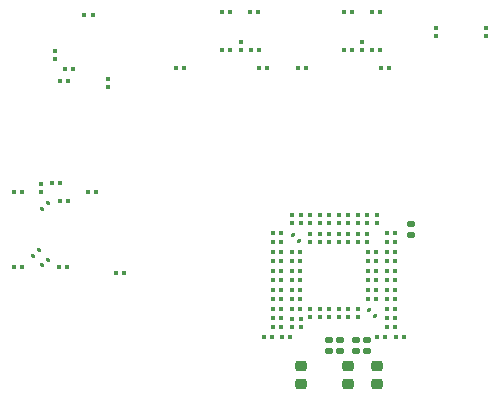
<source format=gbp>
G04 #@! TF.GenerationSoftware,KiCad,Pcbnew,9.0.0*
G04 #@! TF.CreationDate,2025-10-22T11:33:07+02:00*
G04 #@! TF.ProjectId,ecap5-bsom-frame,65636170-352d-4627-936f-6d2d6672616d,rev?*
G04 #@! TF.SameCoordinates,Original*
G04 #@! TF.FileFunction,Paste,Bot*
G04 #@! TF.FilePolarity,Positive*
%FSLAX46Y46*%
G04 Gerber Fmt 4.6, Leading zero omitted, Abs format (unit mm)*
G04 Created by KiCad (PCBNEW 9.0.0) date 2025-10-22 11:33:07*
%MOMM*%
%LPD*%
G01*
G04 APERTURE LIST*
G04 Aperture macros list*
%AMRoundRect*
0 Rectangle with rounded corners*
0 $1 Rounding radius*
0 $2 $3 $4 $5 $6 $7 $8 $9 X,Y pos of 4 corners*
0 Add a 4 corners polygon primitive as box body*
4,1,4,$2,$3,$4,$5,$6,$7,$8,$9,$2,$3,0*
0 Add four circle primitives for the rounded corners*
1,1,$1+$1,$2,$3*
1,1,$1+$1,$4,$5*
1,1,$1+$1,$6,$7*
1,1,$1+$1,$8,$9*
0 Add four rect primitives between the rounded corners*
20,1,$1+$1,$2,$3,$4,$5,0*
20,1,$1+$1,$4,$5,$6,$7,0*
20,1,$1+$1,$6,$7,$8,$9,0*
20,1,$1+$1,$8,$9,$2,$3,0*%
G04 Aperture macros list end*
%ADD10RoundRect,0.079500X-0.079500X-0.100500X0.079500X-0.100500X0.079500X0.100500X-0.079500X0.100500X0*%
%ADD11RoundRect,0.079500X-0.127279X-0.014849X-0.014849X-0.127279X0.127279X0.014849X0.014849X0.127279X0*%
%ADD12RoundRect,0.079500X-0.100500X0.079500X-0.100500X-0.079500X0.100500X-0.079500X0.100500X0.079500X0*%
%ADD13RoundRect,0.079500X0.079500X0.100500X-0.079500X0.100500X-0.079500X-0.100500X0.079500X-0.100500X0*%
%ADD14RoundRect,0.079500X0.100500X-0.079500X0.100500X0.079500X-0.100500X0.079500X-0.100500X-0.079500X0*%
%ADD15RoundRect,0.225000X-0.250000X0.225000X-0.250000X-0.225000X0.250000X-0.225000X0.250000X0.225000X0*%
%ADD16RoundRect,0.079500X0.127279X0.014849X0.014849X0.127279X-0.127279X-0.014849X-0.014849X-0.127279X0*%
%ADD17RoundRect,0.140000X0.170000X-0.140000X0.170000X0.140000X-0.170000X0.140000X-0.170000X-0.140000X0*%
%ADD18RoundRect,0.079500X0.014849X-0.127279X0.127279X-0.014849X-0.014849X0.127279X-0.127279X0.014849X0*%
%ADD19RoundRect,0.079500X-0.014849X0.127279X-0.127279X0.014849X0.014849X-0.127279X0.127279X-0.014849X0*%
G04 APERTURE END LIST*
D10*
X143390000Y-55371800D03*
X144080000Y-55371800D03*
D11*
X145091048Y-53927848D03*
X145578952Y-54415752D03*
D12*
X150535000Y-53826800D03*
X150535000Y-54516800D03*
D10*
X143390000Y-56971800D03*
X144080000Y-56971800D03*
D13*
X125306800Y-49533200D03*
X124616800Y-49533200D03*
D12*
X152135000Y-52226800D03*
X152135000Y-52916800D03*
D10*
X144990000Y-56971800D03*
X145680000Y-56971800D03*
D12*
X147335000Y-53826800D03*
X147335000Y-54516800D03*
D13*
X153680000Y-60171800D03*
X152990000Y-60171800D03*
D14*
X148135000Y-60916800D03*
X148135000Y-60226800D03*
X140615000Y-38270000D03*
X140615000Y-37580000D03*
D13*
X126005000Y-40920000D03*
X125315000Y-40920000D03*
D10*
X144990000Y-60171800D03*
X145680000Y-60171800D03*
D13*
X152080000Y-55371800D03*
X151390000Y-55371800D03*
D12*
X144935000Y-61026800D03*
X144935000Y-61716800D03*
D13*
X126410000Y-39920000D03*
X125720000Y-39920000D03*
D14*
X149735000Y-60916800D03*
X149735000Y-60226800D03*
X123685000Y-50296800D03*
X123685000Y-49606800D03*
D13*
X146135000Y-39845000D03*
X145445000Y-39845000D03*
X152080000Y-56971800D03*
X151390000Y-56971800D03*
D12*
X145735000Y-52226800D03*
X145735000Y-52916800D03*
D13*
X153680000Y-57771800D03*
X152990000Y-57771800D03*
D12*
X146535000Y-52226800D03*
X146535000Y-52916800D03*
D13*
X128085000Y-35345000D03*
X127395000Y-35345000D03*
D10*
X139070000Y-38245000D03*
X139760000Y-38245000D03*
D13*
X152080000Y-56171800D03*
X151390000Y-56171800D03*
X152460000Y-38245000D03*
X151770000Y-38245000D03*
D12*
X145735000Y-61026800D03*
X145735000Y-61716800D03*
D10*
X144990000Y-55371800D03*
X145680000Y-55371800D03*
D12*
X148135000Y-52226800D03*
X148135000Y-52916800D03*
D13*
X153680000Y-61771800D03*
X152990000Y-61771800D03*
D15*
X145739000Y-65026600D03*
X145739000Y-66576600D03*
D10*
X141445000Y-35045000D03*
X142135000Y-35045000D03*
D12*
X150535000Y-52226800D03*
X150535000Y-52916800D03*
D16*
X151978952Y-60815752D03*
X151491048Y-60327848D03*
D10*
X151745000Y-35045000D03*
X152435000Y-35045000D03*
X143390000Y-54571800D03*
X144080000Y-54571800D03*
X144990000Y-57771800D03*
X145680000Y-57771800D03*
D14*
X148935000Y-60916800D03*
X148935000Y-60226800D03*
D10*
X143390000Y-56171800D03*
X144080000Y-56171800D03*
D13*
X122110000Y-56671800D03*
X121420000Y-56671800D03*
D10*
X144990000Y-59371800D03*
X145680000Y-59371800D03*
D13*
X150060000Y-35045000D03*
X149370000Y-35045000D03*
X152080000Y-57771800D03*
X151390000Y-57771800D03*
D10*
X144995000Y-56171800D03*
X145685000Y-56171800D03*
D12*
X147335000Y-52226800D03*
X147335000Y-52916800D03*
D17*
X151365000Y-63780000D03*
X151365000Y-62820000D03*
X155035000Y-53981800D03*
X155035000Y-53021800D03*
D13*
X142160000Y-38245000D03*
X141470000Y-38245000D03*
D17*
X149035000Y-63780000D03*
X149035000Y-62820000D03*
D14*
X147335000Y-60916800D03*
X147335000Y-60226800D03*
D10*
X143390000Y-60971800D03*
X144080000Y-60971800D03*
X143390000Y-53771800D03*
X144080000Y-53771800D03*
D12*
X149735000Y-52226800D03*
X149735000Y-52916800D03*
D14*
X150535000Y-60916800D03*
X150535000Y-60226800D03*
D10*
X127660000Y-50271800D03*
X128350000Y-50271800D03*
D18*
X123841048Y-56515752D03*
X124328952Y-56027848D03*
D13*
X153680000Y-60971800D03*
X152990000Y-60971800D03*
D12*
X149735000Y-53826800D03*
X149735000Y-54516800D03*
D10*
X142195000Y-39845000D03*
X142885000Y-39845000D03*
D13*
X122110000Y-50271800D03*
X121420000Y-50271800D03*
D12*
X144935000Y-52226800D03*
X144935000Y-52916800D03*
D10*
X144140000Y-62571800D03*
X144830000Y-62571800D03*
D12*
X148135000Y-53826800D03*
X148135000Y-54516800D03*
D13*
X153680000Y-56171800D03*
X152990000Y-56171800D03*
X143280000Y-62571800D03*
X142590000Y-62571800D03*
X139760000Y-35045000D03*
X139070000Y-35045000D03*
D17*
X148115000Y-63780000D03*
X148115000Y-62820000D03*
D10*
X152495000Y-39845000D03*
X153185000Y-39845000D03*
D13*
X135835000Y-39845000D03*
X135145000Y-39845000D03*
D10*
X143390000Y-59371800D03*
X144080000Y-59371800D03*
X143390000Y-61771800D03*
X144080000Y-61771800D03*
D12*
X151335000Y-52226800D03*
X151335000Y-52916800D03*
D10*
X143390000Y-60171800D03*
X144080000Y-60171800D03*
D17*
X150435000Y-63780000D03*
X150435000Y-62820000D03*
D10*
X149370000Y-38245000D03*
X150060000Y-38245000D03*
D12*
X124885000Y-38395000D03*
X124885000Y-39085000D03*
D10*
X153790000Y-62571800D03*
X154480000Y-62571800D03*
D13*
X153680000Y-59371800D03*
X152990000Y-59371800D03*
D12*
X151335000Y-53826800D03*
X151335000Y-54516800D03*
D10*
X125265000Y-56671800D03*
X125955000Y-56671800D03*
X144990000Y-58571800D03*
X145680000Y-58571800D03*
D13*
X153680000Y-53771800D03*
X152990000Y-53771800D03*
D19*
X123528952Y-55227848D03*
X123041048Y-55715752D03*
D12*
X161440000Y-36394300D03*
X161440000Y-37084300D03*
D13*
X152080000Y-59371800D03*
X151390000Y-59371800D03*
D12*
X146535000Y-53826800D03*
X146535000Y-54516800D03*
D10*
X130059800Y-57130000D03*
X130749800Y-57130000D03*
X143390000Y-57771800D03*
X144080000Y-57771800D03*
D13*
X153680000Y-58571800D03*
X152990000Y-58571800D03*
X153680000Y-56971800D03*
X152990000Y-56971800D03*
D12*
X148935000Y-53826800D03*
X148935000Y-54516800D03*
D15*
X152139800Y-65027200D03*
X152139800Y-66577200D03*
D12*
X148935000Y-52226800D03*
X148935000Y-52916800D03*
D13*
X152880000Y-62571800D03*
X152190000Y-62571800D03*
D10*
X143390000Y-58571800D03*
X144080000Y-58571800D03*
D14*
X146535000Y-60916800D03*
X146535000Y-60226800D03*
D13*
X152080000Y-58571800D03*
X151390000Y-58571800D03*
D15*
X149726800Y-65026600D03*
X149726800Y-66576600D03*
D13*
X153680000Y-54571800D03*
X152990000Y-54571800D03*
D18*
X123841048Y-51715752D03*
X124328952Y-51227848D03*
D12*
X129410000Y-40750000D03*
X129410000Y-41440000D03*
D14*
X150915000Y-38270000D03*
X150915000Y-37580000D03*
X157190000Y-37084300D03*
X157190000Y-36394300D03*
D13*
X153680000Y-55371800D03*
X152990000Y-55371800D03*
D10*
X125340000Y-51070000D03*
X126030000Y-51070000D03*
M02*

</source>
